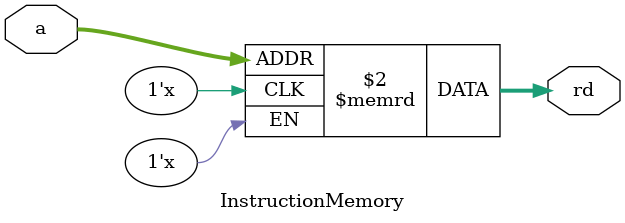
<source format=sv>
module InstructionMemory #(parameter REG_BITS=32) 
(
    input logic  [REG_BITS-1:0] a,
    output logic  [REG_BITS-1:0] rd
);

    logic [REG_BITS-1:0] mem [REG_BITS-1:0];

    always_comb begin
        rd = mem[a];
    end
endmodule
</source>
